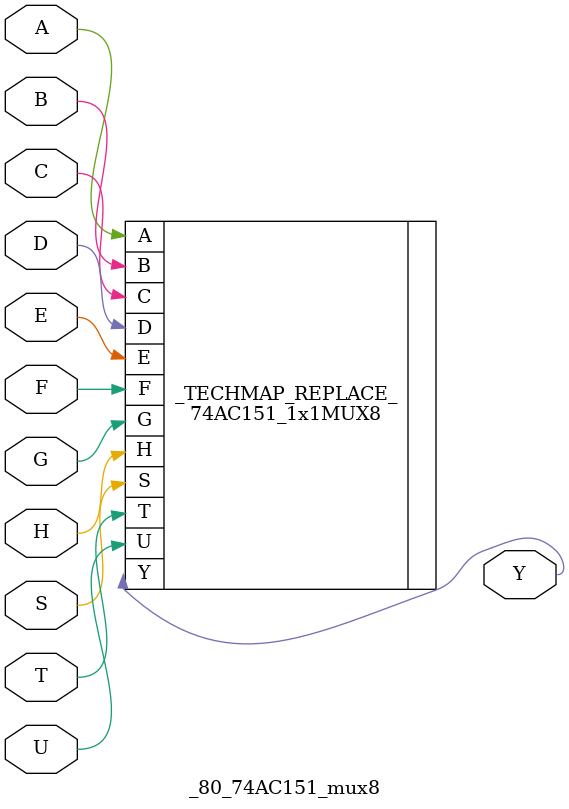
<source format=v>
(* techmap_celltype = "$_MUX4_" *)
module _80_74AC153_mux4 (
    A,
    B,
    C,
    D,
    S,
    T,
    Y
);

  input A, B, C, D, S, T;
  output Y;

  \74AC153_2x1MUX4 _TECHMAP_REPLACE_ (
      .A(A),
      .B(B),
      .C(C),
      .D(D),
      .S(S),
      .T(T),
      .Y(Y)
  );

endmodule

(* techmap_celltype = "$_MUX8_" *)
module _80_74AC151_mux8 (
    A,
    B,
    C,
    D,
    E,
    F,
    G,
    H,
    S,
    T,
    U,
    Y
);

  input A, B, C, D, E, F, G, H, S, T, U;
  output Y;

  \74AC151_1x1MUX8 _TECHMAP_REPLACE_ (
      .A(A),
      .B(B),
      .C(C),
      .D(D),
      .E(E),
      .F(F),
      .G(G),
      .H(H),
      .S(S),
      .T(T),
      .U(U),
      .Y(Y)
  );

endmodule

</source>
